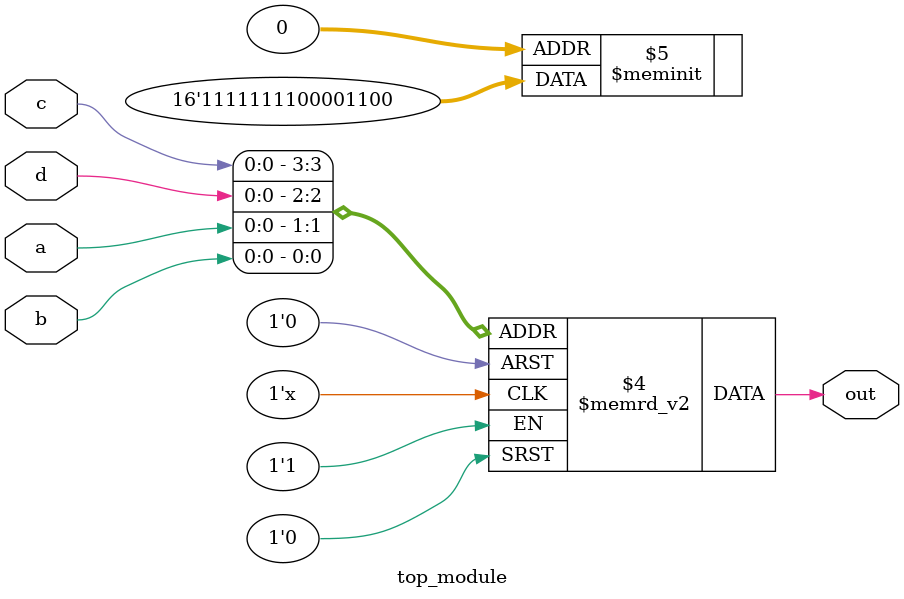
<source format=sv>
module top_module (
    input a, 
    input b,
    input c,
    input d,
    output reg out
);

always @(*) begin
    case ({c,d,a,b})
        4'b0000: out = 0;  // 00 00 : 0
        4'b0001: out = 0;  // 00 01 : d (chosen as 0)
        4'b0010: out = 1;  // 00 10 : 1
        4'b0011: out = 1;  // 00 11 : 1
        
        4'b0100: out = 0;  // 01 00 : 0
        4'b0101: out = 0;  // 01 01 : 0
        4'b0110: out = 0;  // 01 10 : d (chosen as 0)
        4'b0111: out = 0;  // 01 11 : d (chosen as 0)
        
        4'b1100: out = 1;  // 11 00 : 1
        4'b1101: out = 1;  // 11 01 : 1
        4'b1110: out = 1;  // 11 10 : 1
        4'b1111: out = 1;  // 11 11 : 1
        
        4'b1000: out = 1;  // 10 00 : d (chosen as 1)
        4'b1001: out = 1;  // 10 01 : d (chosen as 1)
        4'b1010: out = 1;  // 10 10 : 1
        4'b1011: out = 1;  // 10 11 : 1
        
        default: out = 0; // default case for safety
    endcase
end

endmodule

</source>
